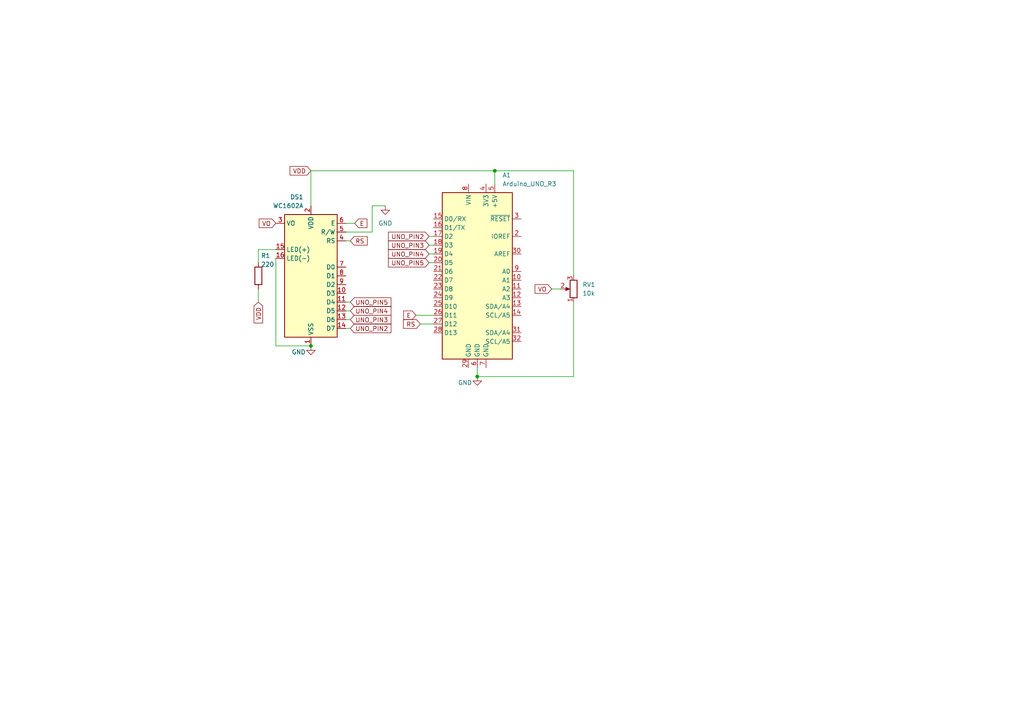
<source format=kicad_sch>
(kicad_sch
	(version 20250114)
	(generator "eeschema")
	(generator_version "9.0")
	(uuid "da3a0145-d0f3-4b31-b746-e8b9b9ecb582")
	(paper "A4")
	(lib_symbols
		(symbol "Device:R"
			(pin_numbers
				(hide yes)
			)
			(pin_names
				(offset 0)
			)
			(exclude_from_sim no)
			(in_bom yes)
			(on_board yes)
			(property "Reference" "R"
				(at 2.032 0 90)
				(effects
					(font
						(size 1.27 1.27)
					)
				)
			)
			(property "Value" "R"
				(at 0 0 90)
				(effects
					(font
						(size 1.27 1.27)
					)
				)
			)
			(property "Footprint" ""
				(at -1.778 0 90)
				(effects
					(font
						(size 1.27 1.27)
					)
					(hide yes)
				)
			)
			(property "Datasheet" "~"
				(at 0 0 0)
				(effects
					(font
						(size 1.27 1.27)
					)
					(hide yes)
				)
			)
			(property "Description" "Resistor"
				(at 0 0 0)
				(effects
					(font
						(size 1.27 1.27)
					)
					(hide yes)
				)
			)
			(property "ki_keywords" "R res resistor"
				(at 0 0 0)
				(effects
					(font
						(size 1.27 1.27)
					)
					(hide yes)
				)
			)
			(property "ki_fp_filters" "R_*"
				(at 0 0 0)
				(effects
					(font
						(size 1.27 1.27)
					)
					(hide yes)
				)
			)
			(symbol "R_0_1"
				(rectangle
					(start -1.016 -2.54)
					(end 1.016 2.54)
					(stroke
						(width 0.254)
						(type default)
					)
					(fill
						(type none)
					)
				)
			)
			(symbol "R_1_1"
				(pin passive line
					(at 0 3.81 270)
					(length 1.27)
					(name "~"
						(effects
							(font
								(size 1.27 1.27)
							)
						)
					)
					(number "1"
						(effects
							(font
								(size 1.27 1.27)
							)
						)
					)
				)
				(pin passive line
					(at 0 -3.81 90)
					(length 1.27)
					(name "~"
						(effects
							(font
								(size 1.27 1.27)
							)
						)
					)
					(number "2"
						(effects
							(font
								(size 1.27 1.27)
							)
						)
					)
				)
			)
			(embedded_fonts no)
		)
		(symbol "Device:R_Potentiometer"
			(pin_names
				(offset 1.016)
				(hide yes)
			)
			(exclude_from_sim no)
			(in_bom yes)
			(on_board yes)
			(property "Reference" "RV"
				(at -4.445 0 90)
				(effects
					(font
						(size 1.27 1.27)
					)
				)
			)
			(property "Value" "R_Potentiometer"
				(at -2.54 0 90)
				(effects
					(font
						(size 1.27 1.27)
					)
				)
			)
			(property "Footprint" ""
				(at 0 0 0)
				(effects
					(font
						(size 1.27 1.27)
					)
					(hide yes)
				)
			)
			(property "Datasheet" "~"
				(at 0 0 0)
				(effects
					(font
						(size 1.27 1.27)
					)
					(hide yes)
				)
			)
			(property "Description" "Potentiometer"
				(at 0 0 0)
				(effects
					(font
						(size 1.27 1.27)
					)
					(hide yes)
				)
			)
			(property "ki_keywords" "resistor variable"
				(at 0 0 0)
				(effects
					(font
						(size 1.27 1.27)
					)
					(hide yes)
				)
			)
			(property "ki_fp_filters" "Potentiometer*"
				(at 0 0 0)
				(effects
					(font
						(size 1.27 1.27)
					)
					(hide yes)
				)
			)
			(symbol "R_Potentiometer_0_1"
				(rectangle
					(start 1.016 2.54)
					(end -1.016 -2.54)
					(stroke
						(width 0.254)
						(type default)
					)
					(fill
						(type none)
					)
				)
				(polyline
					(pts
						(xy 1.143 0) (xy 2.286 0.508) (xy 2.286 -0.508) (xy 1.143 0)
					)
					(stroke
						(width 0)
						(type default)
					)
					(fill
						(type outline)
					)
				)
				(polyline
					(pts
						(xy 2.54 0) (xy 1.524 0)
					)
					(stroke
						(width 0)
						(type default)
					)
					(fill
						(type none)
					)
				)
			)
			(symbol "R_Potentiometer_1_1"
				(pin passive line
					(at 0 3.81 270)
					(length 1.27)
					(name "1"
						(effects
							(font
								(size 1.27 1.27)
							)
						)
					)
					(number "1"
						(effects
							(font
								(size 1.27 1.27)
							)
						)
					)
				)
				(pin passive line
					(at 0 -3.81 90)
					(length 1.27)
					(name "3"
						(effects
							(font
								(size 1.27 1.27)
							)
						)
					)
					(number "3"
						(effects
							(font
								(size 1.27 1.27)
							)
						)
					)
				)
				(pin passive line
					(at 3.81 0 180)
					(length 1.27)
					(name "2"
						(effects
							(font
								(size 1.27 1.27)
							)
						)
					)
					(number "2"
						(effects
							(font
								(size 1.27 1.27)
							)
						)
					)
				)
			)
			(embedded_fonts no)
		)
		(symbol "Display_Character:WC1602A"
			(exclude_from_sim no)
			(in_bom yes)
			(on_board yes)
			(property "Reference" "DS"
				(at -5.842 19.05 0)
				(effects
					(font
						(size 1.27 1.27)
					)
				)
			)
			(property "Value" "WC1602A"
				(at 5.334 19.05 0)
				(effects
					(font
						(size 1.27 1.27)
					)
				)
			)
			(property "Footprint" "Display:WC1602A"
				(at 0 -22.86 0)
				(effects
					(font
						(size 1.27 1.27)
						(italic yes)
					)
					(hide yes)
				)
			)
			(property "Datasheet" "http://www.wincomlcd.com/pdf/WC1602A-SFYLYHTC06.pdf"
				(at 17.78 0 0)
				(effects
					(font
						(size 1.27 1.27)
					)
					(hide yes)
				)
			)
			(property "Description" "LCD 16x2 Alphanumeric , 8 bit parallel bus, 5V VDD"
				(at 0 0 0)
				(effects
					(font
						(size 1.27 1.27)
					)
					(hide yes)
				)
			)
			(property "ki_keywords" "display LCD dot-matrix"
				(at 0 0 0)
				(effects
					(font
						(size 1.27 1.27)
					)
					(hide yes)
				)
			)
			(property "ki_fp_filters" "*WC*1602A*"
				(at 0 0 0)
				(effects
					(font
						(size 1.27 1.27)
					)
					(hide yes)
				)
			)
			(symbol "WC1602A_1_1"
				(rectangle
					(start -7.62 17.78)
					(end 7.62 -17.78)
					(stroke
						(width 0.254)
						(type default)
					)
					(fill
						(type background)
					)
				)
				(pin input line
					(at -10.16 15.24 0)
					(length 2.54)
					(name "E"
						(effects
							(font
								(size 1.27 1.27)
							)
						)
					)
					(number "6"
						(effects
							(font
								(size 1.27 1.27)
							)
						)
					)
				)
				(pin input line
					(at -10.16 12.7 0)
					(length 2.54)
					(name "R/W"
						(effects
							(font
								(size 1.27 1.27)
							)
						)
					)
					(number "5"
						(effects
							(font
								(size 1.27 1.27)
							)
						)
					)
				)
				(pin input line
					(at -10.16 10.16 0)
					(length 2.54)
					(name "RS"
						(effects
							(font
								(size 1.27 1.27)
							)
						)
					)
					(number "4"
						(effects
							(font
								(size 1.27 1.27)
							)
						)
					)
				)
				(pin input line
					(at -10.16 2.54 0)
					(length 2.54)
					(name "D0"
						(effects
							(font
								(size 1.27 1.27)
							)
						)
					)
					(number "7"
						(effects
							(font
								(size 1.27 1.27)
							)
						)
					)
				)
				(pin input line
					(at -10.16 0 0)
					(length 2.54)
					(name "D1"
						(effects
							(font
								(size 1.27 1.27)
							)
						)
					)
					(number "8"
						(effects
							(font
								(size 1.27 1.27)
							)
						)
					)
				)
				(pin input line
					(at -10.16 -2.54 0)
					(length 2.54)
					(name "D2"
						(effects
							(font
								(size 1.27 1.27)
							)
						)
					)
					(number "9"
						(effects
							(font
								(size 1.27 1.27)
							)
						)
					)
				)
				(pin input line
					(at -10.16 -5.08 0)
					(length 2.54)
					(name "D3"
						(effects
							(font
								(size 1.27 1.27)
							)
						)
					)
					(number "10"
						(effects
							(font
								(size 1.27 1.27)
							)
						)
					)
				)
				(pin input line
					(at -10.16 -7.62 0)
					(length 2.54)
					(name "D4"
						(effects
							(font
								(size 1.27 1.27)
							)
						)
					)
					(number "11"
						(effects
							(font
								(size 1.27 1.27)
							)
						)
					)
				)
				(pin input line
					(at -10.16 -10.16 0)
					(length 2.54)
					(name "D5"
						(effects
							(font
								(size 1.27 1.27)
							)
						)
					)
					(number "12"
						(effects
							(font
								(size 1.27 1.27)
							)
						)
					)
				)
				(pin input line
					(at -10.16 -12.7 0)
					(length 2.54)
					(name "D6"
						(effects
							(font
								(size 1.27 1.27)
							)
						)
					)
					(number "13"
						(effects
							(font
								(size 1.27 1.27)
							)
						)
					)
				)
				(pin input line
					(at -10.16 -15.24 0)
					(length 2.54)
					(name "D7"
						(effects
							(font
								(size 1.27 1.27)
							)
						)
					)
					(number "14"
						(effects
							(font
								(size 1.27 1.27)
							)
						)
					)
				)
				(pin power_in line
					(at 0 20.32 270)
					(length 2.54)
					(name "VDD"
						(effects
							(font
								(size 1.27 1.27)
							)
						)
					)
					(number "2"
						(effects
							(font
								(size 1.27 1.27)
							)
						)
					)
				)
				(pin power_in line
					(at 0 -20.32 90)
					(length 2.54)
					(name "VSS"
						(effects
							(font
								(size 1.27 1.27)
							)
						)
					)
					(number "1"
						(effects
							(font
								(size 1.27 1.27)
							)
						)
					)
				)
				(pin input line
					(at 10.16 15.24 180)
					(length 2.54)
					(name "VO"
						(effects
							(font
								(size 1.27 1.27)
							)
						)
					)
					(number "3"
						(effects
							(font
								(size 1.27 1.27)
							)
						)
					)
				)
				(pin power_in line
					(at 10.16 7.62 180)
					(length 2.54)
					(name "LED(+)"
						(effects
							(font
								(size 1.27 1.27)
							)
						)
					)
					(number "15"
						(effects
							(font
								(size 1.27 1.27)
							)
						)
					)
				)
				(pin power_in line
					(at 10.16 5.08 180)
					(length 2.54)
					(name "LED(-)"
						(effects
							(font
								(size 1.27 1.27)
							)
						)
					)
					(number "16"
						(effects
							(font
								(size 1.27 1.27)
							)
						)
					)
				)
			)
			(embedded_fonts no)
		)
		(symbol "MCU_Module:Arduino_UNO_R3"
			(exclude_from_sim no)
			(in_bom yes)
			(on_board yes)
			(property "Reference" "A"
				(at -10.16 23.495 0)
				(effects
					(font
						(size 1.27 1.27)
					)
					(justify left bottom)
				)
			)
			(property "Value" "Arduino_UNO_R3"
				(at 5.08 -26.67 0)
				(effects
					(font
						(size 1.27 1.27)
					)
					(justify left top)
				)
			)
			(property "Footprint" "Module:Arduino_UNO_R3"
				(at 0 0 0)
				(effects
					(font
						(size 1.27 1.27)
						(italic yes)
					)
					(hide yes)
				)
			)
			(property "Datasheet" "https://www.arduino.cc/en/Main/arduinoBoardUno"
				(at 0 0 0)
				(effects
					(font
						(size 1.27 1.27)
					)
					(hide yes)
				)
			)
			(property "Description" "Arduino UNO Microcontroller Module, release 3"
				(at 0 0 0)
				(effects
					(font
						(size 1.27 1.27)
					)
					(hide yes)
				)
			)
			(property "ki_keywords" "Arduino UNO R3 Microcontroller Module Atmel AVR USB"
				(at 0 0 0)
				(effects
					(font
						(size 1.27 1.27)
					)
					(hide yes)
				)
			)
			(property "ki_fp_filters" "Arduino*UNO*R3*"
				(at 0 0 0)
				(effects
					(font
						(size 1.27 1.27)
					)
					(hide yes)
				)
			)
			(symbol "Arduino_UNO_R3_0_1"
				(rectangle
					(start -10.16 22.86)
					(end 10.16 -25.4)
					(stroke
						(width 0.254)
						(type default)
					)
					(fill
						(type background)
					)
				)
			)
			(symbol "Arduino_UNO_R3_1_1"
				(pin bidirectional line
					(at -12.7 15.24 0)
					(length 2.54)
					(name "D0/RX"
						(effects
							(font
								(size 1.27 1.27)
							)
						)
					)
					(number "15"
						(effects
							(font
								(size 1.27 1.27)
							)
						)
					)
				)
				(pin bidirectional line
					(at -12.7 12.7 0)
					(length 2.54)
					(name "D1/TX"
						(effects
							(font
								(size 1.27 1.27)
							)
						)
					)
					(number "16"
						(effects
							(font
								(size 1.27 1.27)
							)
						)
					)
				)
				(pin bidirectional line
					(at -12.7 10.16 0)
					(length 2.54)
					(name "D2"
						(effects
							(font
								(size 1.27 1.27)
							)
						)
					)
					(number "17"
						(effects
							(font
								(size 1.27 1.27)
							)
						)
					)
				)
				(pin bidirectional line
					(at -12.7 7.62 0)
					(length 2.54)
					(name "D3"
						(effects
							(font
								(size 1.27 1.27)
							)
						)
					)
					(number "18"
						(effects
							(font
								(size 1.27 1.27)
							)
						)
					)
				)
				(pin bidirectional line
					(at -12.7 5.08 0)
					(length 2.54)
					(name "D4"
						(effects
							(font
								(size 1.27 1.27)
							)
						)
					)
					(number "19"
						(effects
							(font
								(size 1.27 1.27)
							)
						)
					)
				)
				(pin bidirectional line
					(at -12.7 2.54 0)
					(length 2.54)
					(name "D5"
						(effects
							(font
								(size 1.27 1.27)
							)
						)
					)
					(number "20"
						(effects
							(font
								(size 1.27 1.27)
							)
						)
					)
				)
				(pin bidirectional line
					(at -12.7 0 0)
					(length 2.54)
					(name "D6"
						(effects
							(font
								(size 1.27 1.27)
							)
						)
					)
					(number "21"
						(effects
							(font
								(size 1.27 1.27)
							)
						)
					)
				)
				(pin bidirectional line
					(at -12.7 -2.54 0)
					(length 2.54)
					(name "D7"
						(effects
							(font
								(size 1.27 1.27)
							)
						)
					)
					(number "22"
						(effects
							(font
								(size 1.27 1.27)
							)
						)
					)
				)
				(pin bidirectional line
					(at -12.7 -5.08 0)
					(length 2.54)
					(name "D8"
						(effects
							(font
								(size 1.27 1.27)
							)
						)
					)
					(number "23"
						(effects
							(font
								(size 1.27 1.27)
							)
						)
					)
				)
				(pin bidirectional line
					(at -12.7 -7.62 0)
					(length 2.54)
					(name "D9"
						(effects
							(font
								(size 1.27 1.27)
							)
						)
					)
					(number "24"
						(effects
							(font
								(size 1.27 1.27)
							)
						)
					)
				)
				(pin bidirectional line
					(at -12.7 -10.16 0)
					(length 2.54)
					(name "D10"
						(effects
							(font
								(size 1.27 1.27)
							)
						)
					)
					(number "25"
						(effects
							(font
								(size 1.27 1.27)
							)
						)
					)
				)
				(pin bidirectional line
					(at -12.7 -12.7 0)
					(length 2.54)
					(name "D11"
						(effects
							(font
								(size 1.27 1.27)
							)
						)
					)
					(number "26"
						(effects
							(font
								(size 1.27 1.27)
							)
						)
					)
				)
				(pin bidirectional line
					(at -12.7 -15.24 0)
					(length 2.54)
					(name "D12"
						(effects
							(font
								(size 1.27 1.27)
							)
						)
					)
					(number "27"
						(effects
							(font
								(size 1.27 1.27)
							)
						)
					)
				)
				(pin bidirectional line
					(at -12.7 -17.78 0)
					(length 2.54)
					(name "D13"
						(effects
							(font
								(size 1.27 1.27)
							)
						)
					)
					(number "28"
						(effects
							(font
								(size 1.27 1.27)
							)
						)
					)
				)
				(pin no_connect line
					(at -10.16 -20.32 0)
					(length 2.54)
					(hide yes)
					(name "NC"
						(effects
							(font
								(size 1.27 1.27)
							)
						)
					)
					(number "1"
						(effects
							(font
								(size 1.27 1.27)
							)
						)
					)
				)
				(pin power_in line
					(at -2.54 25.4 270)
					(length 2.54)
					(name "VIN"
						(effects
							(font
								(size 1.27 1.27)
							)
						)
					)
					(number "8"
						(effects
							(font
								(size 1.27 1.27)
							)
						)
					)
				)
				(pin power_in line
					(at -2.54 -27.94 90)
					(length 2.54)
					(name "GND"
						(effects
							(font
								(size 1.27 1.27)
							)
						)
					)
					(number "29"
						(effects
							(font
								(size 1.27 1.27)
							)
						)
					)
				)
				(pin power_in line
					(at 0 -27.94 90)
					(length 2.54)
					(name "GND"
						(effects
							(font
								(size 1.27 1.27)
							)
						)
					)
					(number "6"
						(effects
							(font
								(size 1.27 1.27)
							)
						)
					)
				)
				(pin power_out line
					(at 2.54 25.4 270)
					(length 2.54)
					(name "3V3"
						(effects
							(font
								(size 1.27 1.27)
							)
						)
					)
					(number "4"
						(effects
							(font
								(size 1.27 1.27)
							)
						)
					)
				)
				(pin power_in line
					(at 2.54 -27.94 90)
					(length 2.54)
					(name "GND"
						(effects
							(font
								(size 1.27 1.27)
							)
						)
					)
					(number "7"
						(effects
							(font
								(size 1.27 1.27)
							)
						)
					)
				)
				(pin power_out line
					(at 5.08 25.4 270)
					(length 2.54)
					(name "+5V"
						(effects
							(font
								(size 1.27 1.27)
							)
						)
					)
					(number "5"
						(effects
							(font
								(size 1.27 1.27)
							)
						)
					)
				)
				(pin input line
					(at 12.7 15.24 180)
					(length 2.54)
					(name "~{RESET}"
						(effects
							(font
								(size 1.27 1.27)
							)
						)
					)
					(number "3"
						(effects
							(font
								(size 1.27 1.27)
							)
						)
					)
				)
				(pin output line
					(at 12.7 10.16 180)
					(length 2.54)
					(name "IOREF"
						(effects
							(font
								(size 1.27 1.27)
							)
						)
					)
					(number "2"
						(effects
							(font
								(size 1.27 1.27)
							)
						)
					)
				)
				(pin input line
					(at 12.7 5.08 180)
					(length 2.54)
					(name "AREF"
						(effects
							(font
								(size 1.27 1.27)
							)
						)
					)
					(number "30"
						(effects
							(font
								(size 1.27 1.27)
							)
						)
					)
				)
				(pin bidirectional line
					(at 12.7 0 180)
					(length 2.54)
					(name "A0"
						(effects
							(font
								(size 1.27 1.27)
							)
						)
					)
					(number "9"
						(effects
							(font
								(size 1.27 1.27)
							)
						)
					)
				)
				(pin bidirectional line
					(at 12.7 -2.54 180)
					(length 2.54)
					(name "A1"
						(effects
							(font
								(size 1.27 1.27)
							)
						)
					)
					(number "10"
						(effects
							(font
								(size 1.27 1.27)
							)
						)
					)
				)
				(pin bidirectional line
					(at 12.7 -5.08 180)
					(length 2.54)
					(name "A2"
						(effects
							(font
								(size 1.27 1.27)
							)
						)
					)
					(number "11"
						(effects
							(font
								(size 1.27 1.27)
							)
						)
					)
				)
				(pin bidirectional line
					(at 12.7 -7.62 180)
					(length 2.54)
					(name "A3"
						(effects
							(font
								(size 1.27 1.27)
							)
						)
					)
					(number "12"
						(effects
							(font
								(size 1.27 1.27)
							)
						)
					)
				)
				(pin bidirectional line
					(at 12.7 -10.16 180)
					(length 2.54)
					(name "SDA/A4"
						(effects
							(font
								(size 1.27 1.27)
							)
						)
					)
					(number "13"
						(effects
							(font
								(size 1.27 1.27)
							)
						)
					)
				)
				(pin bidirectional line
					(at 12.7 -12.7 180)
					(length 2.54)
					(name "SCL/A5"
						(effects
							(font
								(size 1.27 1.27)
							)
						)
					)
					(number "14"
						(effects
							(font
								(size 1.27 1.27)
							)
						)
					)
				)
				(pin bidirectional line
					(at 12.7 -17.78 180)
					(length 2.54)
					(name "SDA/A4"
						(effects
							(font
								(size 1.27 1.27)
							)
						)
					)
					(number "31"
						(effects
							(font
								(size 1.27 1.27)
							)
						)
					)
				)
				(pin bidirectional line
					(at 12.7 -20.32 180)
					(length 2.54)
					(name "SCL/A5"
						(effects
							(font
								(size 1.27 1.27)
							)
						)
					)
					(number "32"
						(effects
							(font
								(size 1.27 1.27)
							)
						)
					)
				)
			)
			(embedded_fonts no)
		)
		(symbol "power:GND"
			(power)
			(pin_numbers
				(hide yes)
			)
			(pin_names
				(offset 0)
				(hide yes)
			)
			(exclude_from_sim no)
			(in_bom yes)
			(on_board yes)
			(property "Reference" "#PWR"
				(at 0 -6.35 0)
				(effects
					(font
						(size 1.27 1.27)
					)
					(hide yes)
				)
			)
			(property "Value" "GND"
				(at 0 -3.81 0)
				(effects
					(font
						(size 1.27 1.27)
					)
				)
			)
			(property "Footprint" ""
				(at 0 0 0)
				(effects
					(font
						(size 1.27 1.27)
					)
					(hide yes)
				)
			)
			(property "Datasheet" ""
				(at 0 0 0)
				(effects
					(font
						(size 1.27 1.27)
					)
					(hide yes)
				)
			)
			(property "Description" "Power symbol creates a global label with name \"GND\" , ground"
				(at 0 0 0)
				(effects
					(font
						(size 1.27 1.27)
					)
					(hide yes)
				)
			)
			(property "ki_keywords" "global power"
				(at 0 0 0)
				(effects
					(font
						(size 1.27 1.27)
					)
					(hide yes)
				)
			)
			(symbol "GND_0_1"
				(polyline
					(pts
						(xy 0 0) (xy 0 -1.27) (xy 1.27 -1.27) (xy 0 -2.54) (xy -1.27 -1.27) (xy 0 -1.27)
					)
					(stroke
						(width 0)
						(type default)
					)
					(fill
						(type none)
					)
				)
			)
			(symbol "GND_1_1"
				(pin power_in line
					(at 0 0 270)
					(length 0)
					(name "~"
						(effects
							(font
								(size 1.27 1.27)
							)
						)
					)
					(number "1"
						(effects
							(font
								(size 1.27 1.27)
							)
						)
					)
				)
			)
			(embedded_fonts no)
		)
	)
	(junction
		(at 143.51 49.53)
		(diameter 0)
		(color 0 0 0 0)
		(uuid "1978de17-37e0-4669-9880-973046e18a38")
	)
	(junction
		(at 90.17 100.33)
		(diameter 0)
		(color 0 0 0 0)
		(uuid "333560e5-bc4f-4f4c-a219-c9a3257054f8")
	)
	(junction
		(at 138.43 109.22)
		(diameter 0)
		(color 0 0 0 0)
		(uuid "95b2c0e0-b0c5-444a-88a1-4a9b58a46157")
	)
	(wire
		(pts
			(xy 166.37 87.63) (xy 166.37 109.22)
		)
		(stroke
			(width 0)
			(type default)
		)
		(uuid "06cd9684-32f4-40b8-b302-69ee30062c19")
	)
	(wire
		(pts
			(xy 90.17 49.53) (xy 90.17 59.69)
		)
		(stroke
			(width 0)
			(type default)
		)
		(uuid "1d56adc9-ca75-42a5-b7a0-bf89e0d25d3f")
	)
	(wire
		(pts
			(xy 101.6 69.85) (xy 100.33 69.85)
		)
		(stroke
			(width 0)
			(type default)
		)
		(uuid "2359e81e-a36a-4c21-a701-456e16c5c5ae")
	)
	(wire
		(pts
			(xy 143.51 49.53) (xy 90.17 49.53)
		)
		(stroke
			(width 0)
			(type default)
		)
		(uuid "2d7b4267-8b80-4e70-8ad3-ce3ea48d3ba5")
	)
	(wire
		(pts
			(xy 100.33 95.25) (xy 101.6 95.25)
		)
		(stroke
			(width 0)
			(type default)
		)
		(uuid "30b53184-6e63-44e4-b5d3-8945f469a295")
	)
	(wire
		(pts
			(xy 107.95 59.69) (xy 111.76 59.69)
		)
		(stroke
			(width 0)
			(type default)
		)
		(uuid "46747cb8-f935-4d28-93e5-b99caa62831f")
	)
	(wire
		(pts
			(xy 138.43 106.68) (xy 138.43 109.22)
		)
		(stroke
			(width 0)
			(type default)
		)
		(uuid "4699af74-dc59-4bfe-81fc-a619560c6d63")
	)
	(wire
		(pts
			(xy 100.33 92.71) (xy 101.6 92.71)
		)
		(stroke
			(width 0)
			(type default)
		)
		(uuid "4a65c276-7121-4ccf-aae5-ac630413bb95")
	)
	(wire
		(pts
			(xy 120.65 91.44) (xy 125.73 91.44)
		)
		(stroke
			(width 0)
			(type default)
		)
		(uuid "4a817e55-3e36-4556-9bd2-bdaaf6e91d61")
	)
	(wire
		(pts
			(xy 80.01 100.33) (xy 90.17 100.33)
		)
		(stroke
			(width 0)
			(type default)
		)
		(uuid "50113fdc-5b8b-452c-bd3b-816392850765")
	)
	(wire
		(pts
			(xy 124.46 68.58) (xy 125.73 68.58)
		)
		(stroke
			(width 0)
			(type default)
		)
		(uuid "5ffc4e6b-0d11-48bd-b87b-cfca41285c5f")
	)
	(wire
		(pts
			(xy 124.46 76.2) (xy 125.73 76.2)
		)
		(stroke
			(width 0)
			(type default)
		)
		(uuid "67527d06-bc05-4927-a9bd-1865d9601a05")
	)
	(wire
		(pts
			(xy 100.33 90.17) (xy 101.6 90.17)
		)
		(stroke
			(width 0)
			(type default)
		)
		(uuid "679ab94a-0b33-4f52-8f30-4205c42b3494")
	)
	(wire
		(pts
			(xy 166.37 109.22) (xy 138.43 109.22)
		)
		(stroke
			(width 0)
			(type default)
		)
		(uuid "6d031e77-91b4-432b-95ac-c01bac390c10")
	)
	(wire
		(pts
			(xy 74.93 76.2) (xy 74.93 72.39)
		)
		(stroke
			(width 0)
			(type default)
		)
		(uuid "70640d01-4f87-4237-8168-d10a4a6010fa")
	)
	(wire
		(pts
			(xy 124.46 73.66) (xy 125.73 73.66)
		)
		(stroke
			(width 0)
			(type default)
		)
		(uuid "8283bf97-3d28-40fa-8af0-276acaa6e404")
	)
	(wire
		(pts
			(xy 102.87 64.77) (xy 100.33 64.77)
		)
		(stroke
			(width 0)
			(type default)
		)
		(uuid "9e82c4e9-49d5-47d8-9edc-72ea6942a773")
	)
	(wire
		(pts
			(xy 80.01 74.93) (xy 80.01 100.33)
		)
		(stroke
			(width 0)
			(type default)
		)
		(uuid "a0bfe463-02b3-4776-843c-447ceeee2c10")
	)
	(wire
		(pts
			(xy 74.93 83.82) (xy 74.93 87.63)
		)
		(stroke
			(width 0)
			(type default)
		)
		(uuid "a0e23813-e2c7-41b4-9e1e-91e48249c11f")
	)
	(wire
		(pts
			(xy 160.02 83.82) (xy 162.56 83.82)
		)
		(stroke
			(width 0)
			(type default)
		)
		(uuid "abc32878-cf16-4e28-b91f-0dbd7252c9ac")
	)
	(wire
		(pts
			(xy 166.37 49.53) (xy 143.51 49.53)
		)
		(stroke
			(width 0)
			(type default)
		)
		(uuid "b1e9f667-5086-40e8-9d1e-6e58ae3ca74b")
	)
	(wire
		(pts
			(xy 124.46 71.12) (xy 125.73 71.12)
		)
		(stroke
			(width 0)
			(type default)
		)
		(uuid "b28d74fe-c633-44cf-95a6-3f47e1969dae")
	)
	(wire
		(pts
			(xy 100.33 67.31) (xy 107.95 67.31)
		)
		(stroke
			(width 0)
			(type default)
		)
		(uuid "b481916d-f1b5-4938-adaf-ffcaa9c10357")
	)
	(wire
		(pts
			(xy 101.6 87.63) (xy 100.33 87.63)
		)
		(stroke
			(width 0)
			(type default)
		)
		(uuid "b80cb3fa-d255-4a58-be27-7eb788352f5d")
	)
	(wire
		(pts
			(xy 107.95 67.31) (xy 107.95 59.69)
		)
		(stroke
			(width 0)
			(type default)
		)
		(uuid "c8d73440-f295-47f9-9e13-8fd84c5ab4d9")
	)
	(wire
		(pts
			(xy 143.51 53.34) (xy 143.51 49.53)
		)
		(stroke
			(width 0)
			(type default)
		)
		(uuid "dc5b32a1-6b40-4d5e-8d94-defed8e8c924")
	)
	(wire
		(pts
			(xy 166.37 80.01) (xy 166.37 49.53)
		)
		(stroke
			(width 0)
			(type default)
		)
		(uuid "e918f4e4-0ef5-4bf2-869d-84914872c0e9")
	)
	(wire
		(pts
			(xy 74.93 72.39) (xy 80.01 72.39)
		)
		(stroke
			(width 0)
			(type default)
		)
		(uuid "f2c565d6-b766-471c-9d68-5a47e82b0d4d")
	)
	(wire
		(pts
			(xy 121.92 93.98) (xy 125.73 93.98)
		)
		(stroke
			(width 0)
			(type default)
		)
		(uuid "f547c72d-fa30-4fa0-b55e-27fd149a0be2")
	)
	(global_label "VO"
		(shape input)
		(at 80.01 64.77 180)
		(fields_autoplaced yes)
		(effects
			(font
				(size 1.27 1.27)
			)
			(justify right)
		)
		(uuid "0d4ec93c-8211-4029-ac7d-d20a9e2e6af2")
		(property "Intersheetrefs" "${INTERSHEET_REFS}"
			(at 74.6057 64.77 0)
			(effects
				(font
					(size 1.27 1.27)
				)
				(justify right)
				(hide yes)
			)
		)
	)
	(global_label "UNO_PIN3"
		(shape input)
		(at 124.46 71.12 180)
		(fields_autoplaced yes)
		(effects
			(font
				(size 1.27 1.27)
			)
			(justify right)
		)
		(uuid "154479a3-7362-41aa-af9a-4672882d0983")
		(property "Intersheetrefs" "${INTERSHEET_REFS}"
			(at 112.1009 71.12 0)
			(effects
				(font
					(size 1.27 1.27)
				)
				(justify right)
				(hide yes)
			)
		)
	)
	(global_label "RS"
		(shape input)
		(at 121.92 93.98 180)
		(fields_autoplaced yes)
		(effects
			(font
				(size 1.27 1.27)
			)
			(justify right)
		)
		(uuid "21bc3ce8-48d9-42b8-9e7b-354952acc5dc")
		(property "Intersheetrefs" "${INTERSHEET_REFS}"
			(at 116.4553 93.98 0)
			(effects
				(font
					(size 1.27 1.27)
				)
				(justify right)
				(hide yes)
			)
		)
	)
	(global_label "UNO_PIN3"
		(shape input)
		(at 101.6 92.71 0)
		(fields_autoplaced yes)
		(effects
			(font
				(size 1.27 1.27)
			)
			(justify left)
		)
		(uuid "327f4360-5d29-459c-9013-9901ae22fe38")
		(property "Intersheetrefs" "${INTERSHEET_REFS}"
			(at 113.9591 92.71 0)
			(effects
				(font
					(size 1.27 1.27)
				)
				(justify left)
				(hide yes)
			)
		)
	)
	(global_label "E"
		(shape input)
		(at 102.87 64.77 0)
		(fields_autoplaced yes)
		(effects
			(font
				(size 1.27 1.27)
			)
			(justify left)
		)
		(uuid "3428a5b3-fe0c-49f2-86e9-f1dfd47ec448")
		(property "Intersheetrefs" "${INTERSHEET_REFS}"
			(at 107.0042 64.77 0)
			(effects
				(font
					(size 1.27 1.27)
				)
				(justify left)
				(hide yes)
			)
		)
	)
	(global_label "UNO_PIN2"
		(shape input)
		(at 124.46 68.58 180)
		(fields_autoplaced yes)
		(effects
			(font
				(size 1.27 1.27)
			)
			(justify right)
		)
		(uuid "37fe4240-4cd3-4ec0-afca-05d17005ecf7")
		(property "Intersheetrefs" "${INTERSHEET_REFS}"
			(at 112.1009 68.58 0)
			(effects
				(font
					(size 1.27 1.27)
				)
				(justify right)
				(hide yes)
			)
		)
	)
	(global_label "UNO_PIN2"
		(shape input)
		(at 101.6 95.25 0)
		(fields_autoplaced yes)
		(effects
			(font
				(size 1.27 1.27)
			)
			(justify left)
		)
		(uuid "4eb11ac0-e72b-41cd-82f9-a355011a31ac")
		(property "Intersheetrefs" "${INTERSHEET_REFS}"
			(at 113.9591 95.25 0)
			(effects
				(font
					(size 1.27 1.27)
				)
				(justify left)
				(hide yes)
			)
		)
	)
	(global_label "VO"
		(shape input)
		(at 160.02 83.82 180)
		(fields_autoplaced yes)
		(effects
			(font
				(size 1.27 1.27)
			)
			(justify right)
		)
		(uuid "53bc417b-ccab-46e9-80d4-1d91e088abee")
		(property "Intersheetrefs" "${INTERSHEET_REFS}"
			(at 154.6157 83.82 0)
			(effects
				(font
					(size 1.27 1.27)
				)
				(justify right)
				(hide yes)
			)
		)
	)
	(global_label "UNO_PIN4"
		(shape input)
		(at 124.46 73.66 180)
		(fields_autoplaced yes)
		(effects
			(font
				(size 1.27 1.27)
			)
			(justify right)
		)
		(uuid "66d7bd8d-ef60-4e7f-ae60-e144c5b5e8ce")
		(property "Intersheetrefs" "${INTERSHEET_REFS}"
			(at 112.1009 73.66 0)
			(effects
				(font
					(size 1.27 1.27)
				)
				(justify right)
				(hide yes)
			)
		)
	)
	(global_label "UNO_PIN5"
		(shape input)
		(at 124.46 76.2 180)
		(fields_autoplaced yes)
		(effects
			(font
				(size 1.27 1.27)
			)
			(justify right)
		)
		(uuid "879c948d-b7de-4157-ba74-7af5eab4a39b")
		(property "Intersheetrefs" "${INTERSHEET_REFS}"
			(at 112.1009 76.2 0)
			(effects
				(font
					(size 1.27 1.27)
				)
				(justify right)
				(hide yes)
			)
		)
	)
	(global_label "RS"
		(shape input)
		(at 101.6 69.85 0)
		(fields_autoplaced yes)
		(effects
			(font
				(size 1.27 1.27)
			)
			(justify left)
		)
		(uuid "8f6bfb7c-dee7-45bc-bc54-aebbc6fb591b")
		(property "Intersheetrefs" "${INTERSHEET_REFS}"
			(at 107.0647 69.85 0)
			(effects
				(font
					(size 1.27 1.27)
				)
				(justify left)
				(hide yes)
			)
		)
	)
	(global_label "E"
		(shape input)
		(at 120.65 91.44 180)
		(fields_autoplaced yes)
		(effects
			(font
				(size 1.27 1.27)
			)
			(justify right)
		)
		(uuid "9c747fa6-e064-4737-919a-089c13764bcd")
		(property "Intersheetrefs" "${INTERSHEET_REFS}"
			(at 116.5158 91.44 0)
			(effects
				(font
					(size 1.27 1.27)
				)
				(justify right)
				(hide yes)
			)
		)
	)
	(global_label "VDD"
		(shape input)
		(at 90.17 49.53 180)
		(fields_autoplaced yes)
		(effects
			(font
				(size 1.27 1.27)
			)
			(justify right)
		)
		(uuid "b333c4f2-0aa9-4181-ae85-f917457be558")
		(property "Intersheetrefs" "${INTERSHEET_REFS}"
			(at 83.5562 49.53 0)
			(effects
				(font
					(size 1.27 1.27)
				)
				(justify right)
				(hide yes)
			)
		)
	)
	(global_label "UNO_PIN5"
		(shape input)
		(at 101.6 87.63 0)
		(fields_autoplaced yes)
		(effects
			(font
				(size 1.27 1.27)
			)
			(justify left)
		)
		(uuid "ba76b91a-e9a4-43b4-b302-64c9229250c9")
		(property "Intersheetrefs" "${INTERSHEET_REFS}"
			(at 113.9591 87.63 0)
			(effects
				(font
					(size 1.27 1.27)
				)
				(justify left)
				(hide yes)
			)
		)
	)
	(global_label "VDD"
		(shape input)
		(at 74.93 87.63 270)
		(fields_autoplaced yes)
		(effects
			(font
				(size 1.27 1.27)
			)
			(justify right)
		)
		(uuid "d9d42919-309f-4b42-b78c-a24976a51e86")
		(property "Intersheetrefs" "${INTERSHEET_REFS}"
			(at 74.93 94.2438 90)
			(effects
				(font
					(size 1.27 1.27)
				)
				(justify right)
				(hide yes)
			)
		)
	)
	(global_label "UNO_PIN4"
		(shape input)
		(at 101.6 90.17 0)
		(fields_autoplaced yes)
		(effects
			(font
				(size 1.27 1.27)
			)
			(justify left)
		)
		(uuid "f3ac10b0-8449-4add-a3c5-2173e383bff0")
		(property "Intersheetrefs" "${INTERSHEET_REFS}"
			(at 113.9591 90.17 0)
			(effects
				(font
					(size 1.27 1.27)
				)
				(justify left)
				(hide yes)
			)
		)
	)
	(symbol
		(lib_id "Display_Character:WC1602A")
		(at 90.17 80.01 0)
		(mirror y)
		(unit 1)
		(exclude_from_sim no)
		(in_bom yes)
		(on_board yes)
		(dnp no)
		(uuid "0658a39e-74b5-452c-964c-dbd4a5408d51")
		(property "Reference" "DS1"
			(at 88.0267 57.15 0)
			(effects
				(font
					(size 1.27 1.27)
				)
				(justify left)
			)
		)
		(property "Value" "WC1602A"
			(at 88.0267 59.69 0)
			(effects
				(font
					(size 1.27 1.27)
				)
				(justify left)
			)
		)
		(property "Footprint" "Display:WC1602A"
			(at 90.17 102.87 0)
			(effects
				(font
					(size 1.27 1.27)
					(italic yes)
				)
				(hide yes)
			)
		)
		(property "Datasheet" "http://www.wincomlcd.com/pdf/WC1602A-SFYLYHTC06.pdf"
			(at 72.39 80.01 0)
			(effects
				(font
					(size 1.27 1.27)
				)
				(hide yes)
			)
		)
		(property "Description" "LCD 16x2 Alphanumeric , 8 bit parallel bus, 5V VDD"
			(at 90.17 80.01 0)
			(effects
				(font
					(size 1.27 1.27)
				)
				(hide yes)
			)
		)
		(pin "9"
			(uuid "8a866c62-139a-4158-b049-f4aa1eba0a2b")
		)
		(pin "4"
			(uuid "c3286787-c5e6-4dd6-ba9b-08c1ad17a898")
		)
		(pin "3"
			(uuid "27a6d3d8-a7ae-4cc5-ba6d-44d464f96301")
		)
		(pin "15"
			(uuid "2e127abd-da79-45ed-9b90-9b495ee6fa6e")
		)
		(pin "5"
			(uuid "6b1d9ef0-814a-4dac-a607-662a3bf0718f")
		)
		(pin "7"
			(uuid "d3924685-0283-45c4-971e-e82a6e96fbd2")
		)
		(pin "10"
			(uuid "6d09bbbc-8e05-410e-963a-9df8c478c9cb")
		)
		(pin "8"
			(uuid "5eeb6012-0529-4364-a7c5-7a77f9a030f2")
		)
		(pin "11"
			(uuid "ec2e0420-6f59-4ac0-bcc8-81e0d701e660")
		)
		(pin "6"
			(uuid "0eb788e1-b523-41ac-ba45-8b099816261c")
		)
		(pin "12"
			(uuid "653000b1-0b55-42c5-b513-e831e40da688")
		)
		(pin "14"
			(uuid "914a1be4-38a8-4fdc-a7f2-a435417f303c")
		)
		(pin "2"
			(uuid "cc6e6b71-596c-4355-8137-280a6d813022")
		)
		(pin "16"
			(uuid "87e42e7a-a482-4fb4-8e50-a7d77d3e7f8d")
		)
		(pin "13"
			(uuid "15001740-5d20-4015-95f3-9deae98d8013")
		)
		(pin "1"
			(uuid "1d33469f-033e-4d5d-b342-631bba05df4b")
		)
		(instances
			(project ""
				(path "/da3a0145-d0f3-4b31-b746-e8b9b9ecb582"
					(reference "DS1")
					(unit 1)
				)
			)
		)
	)
	(symbol
		(lib_id "power:GND")
		(at 138.43 109.22 0)
		(unit 1)
		(exclude_from_sim no)
		(in_bom yes)
		(on_board yes)
		(dnp no)
		(uuid "3758ca03-262d-43ac-8538-1698c57b47e9")
		(property "Reference" "#PWR02"
			(at 138.43 115.57 0)
			(effects
				(font
					(size 1.27 1.27)
				)
				(hide yes)
			)
		)
		(property "Value" "GND"
			(at 134.874 110.998 0)
			(effects
				(font
					(size 1.27 1.27)
				)
			)
		)
		(property "Footprint" ""
			(at 138.43 109.22 0)
			(effects
				(font
					(size 1.27 1.27)
				)
				(hide yes)
			)
		)
		(property "Datasheet" ""
			(at 138.43 109.22 0)
			(effects
				(font
					(size 1.27 1.27)
				)
				(hide yes)
			)
		)
		(property "Description" "Power symbol creates a global label with name \"GND\" , ground"
			(at 138.43 109.22 0)
			(effects
				(font
					(size 1.27 1.27)
				)
				(hide yes)
			)
		)
		(pin "1"
			(uuid "da63ee59-a1b7-4f55-8854-e1cc3653b6f0")
		)
		(instances
			(project "Ecran_LCD_16_02"
				(path "/da3a0145-d0f3-4b31-b746-e8b9b9ecb582"
					(reference "#PWR02")
					(unit 1)
				)
			)
		)
	)
	(symbol
		(lib_id "power:GND")
		(at 111.76 59.69 0)
		(unit 1)
		(exclude_from_sim no)
		(in_bom yes)
		(on_board yes)
		(dnp no)
		(fields_autoplaced yes)
		(uuid "59a10696-89ce-4ef8-9128-cb3c28514069")
		(property "Reference" "#PWR03"
			(at 111.76 66.04 0)
			(effects
				(font
					(size 1.27 1.27)
				)
				(hide yes)
			)
		)
		(property "Value" "GND"
			(at 111.76 64.77 0)
			(effects
				(font
					(size 1.27 1.27)
				)
			)
		)
		(property "Footprint" ""
			(at 111.76 59.69 0)
			(effects
				(font
					(size 1.27 1.27)
				)
				(hide yes)
			)
		)
		(property "Datasheet" ""
			(at 111.76 59.69 0)
			(effects
				(font
					(size 1.27 1.27)
				)
				(hide yes)
			)
		)
		(property "Description" "Power symbol creates a global label with name \"GND\" , ground"
			(at 111.76 59.69 0)
			(effects
				(font
					(size 1.27 1.27)
				)
				(hide yes)
			)
		)
		(pin "1"
			(uuid "f37c1ef5-fca8-4378-be32-36c80f3c8c9f")
		)
		(instances
			(project "Ecran_LCD_16_02"
				(path "/da3a0145-d0f3-4b31-b746-e8b9b9ecb582"
					(reference "#PWR03")
					(unit 1)
				)
			)
		)
	)
	(symbol
		(lib_id "Device:R_Potentiometer")
		(at 166.37 83.82 180)
		(unit 1)
		(exclude_from_sim no)
		(in_bom yes)
		(on_board yes)
		(dnp no)
		(fields_autoplaced yes)
		(uuid "85d3f232-c3ef-453e-b27c-a632bc553304")
		(property "Reference" "RV1"
			(at 168.91 82.5499 0)
			(effects
				(font
					(size 1.27 1.27)
				)
				(justify right)
			)
		)
		(property "Value" "10k"
			(at 168.91 85.0899 0)
			(effects
				(font
					(size 1.27 1.27)
				)
				(justify right)
			)
		)
		(property "Footprint" ""
			(at 166.37 83.82 0)
			(effects
				(font
					(size 1.27 1.27)
				)
				(hide yes)
			)
		)
		(property "Datasheet" "~"
			(at 166.37 83.82 0)
			(effects
				(font
					(size 1.27 1.27)
				)
				(hide yes)
			)
		)
		(property "Description" ""
			(at 166.37 83.82 0)
			(effects
				(font
					(size 1.27 1.27)
				)
			)
		)
		(pin "1"
			(uuid "ec68e3c8-b5f9-4cf1-b744-a07e3a360089")
		)
		(pin "3"
			(uuid "f692ffa6-3d84-4800-bb9d-fffd8be20ee5")
		)
		(pin "2"
			(uuid "a75ce386-7bf0-420f-8e9b-22c4761ed69e")
		)
		(instances
			(project "Ecran_LCD_16_02"
				(path "/da3a0145-d0f3-4b31-b746-e8b9b9ecb582"
					(reference "RV1")
					(unit 1)
				)
			)
		)
	)
	(symbol
		(lib_id "power:GND")
		(at 90.17 100.33 0)
		(unit 1)
		(exclude_from_sim no)
		(in_bom yes)
		(on_board yes)
		(dnp no)
		(uuid "8ac3d32c-31a9-4e90-9ad1-4a6f0dddb167")
		(property "Reference" "#PWR01"
			(at 90.17 106.68 0)
			(effects
				(font
					(size 1.27 1.27)
				)
				(hide yes)
			)
		)
		(property "Value" "GND"
			(at 86.614 102.108 0)
			(effects
				(font
					(size 1.27 1.27)
				)
			)
		)
		(property "Footprint" ""
			(at 90.17 100.33 0)
			(effects
				(font
					(size 1.27 1.27)
				)
				(hide yes)
			)
		)
		(property "Datasheet" ""
			(at 90.17 100.33 0)
			(effects
				(font
					(size 1.27 1.27)
				)
				(hide yes)
			)
		)
		(property "Description" "Power symbol creates a global label with name \"GND\" , ground"
			(at 90.17 100.33 0)
			(effects
				(font
					(size 1.27 1.27)
				)
				(hide yes)
			)
		)
		(pin "1"
			(uuid "913a1b66-7af1-4d79-8346-11f5a638b501")
		)
		(instances
			(project "Ecran_LCD_16_02"
				(path "/da3a0145-d0f3-4b31-b746-e8b9b9ecb582"
					(reference "#PWR01")
					(unit 1)
				)
			)
		)
	)
	(symbol
		(lib_id "MCU_Module:Arduino_UNO_R3")
		(at 138.43 78.74 0)
		(unit 1)
		(exclude_from_sim no)
		(in_bom yes)
		(on_board yes)
		(dnp no)
		(fields_autoplaced yes)
		(uuid "f32714bd-1e92-40e5-9714-e200e3770000")
		(property "Reference" "A1"
			(at 145.7041 50.8 0)
			(effects
				(font
					(size 1.27 1.27)
				)
				(justify left)
			)
		)
		(property "Value" "Arduino_UNO_R3"
			(at 145.7041 53.34 0)
			(effects
				(font
					(size 1.27 1.27)
				)
				(justify left)
			)
		)
		(property "Footprint" "Module:Arduino_UNO_R3"
			(at 138.43 78.74 0)
			(effects
				(font
					(size 1.27 1.27)
					(italic yes)
				)
				(hide yes)
			)
		)
		(property "Datasheet" "https://www.arduino.cc/en/Main/arduinoBoardUno"
			(at 138.43 78.74 0)
			(effects
				(font
					(size 1.27 1.27)
				)
				(hide yes)
			)
		)
		(property "Description" ""
			(at 138.43 78.74 0)
			(effects
				(font
					(size 1.27 1.27)
				)
			)
		)
		(pin "32"
			(uuid "bd44e036-0901-4ec3-873e-c37cb4deb2b6")
		)
		(pin "3"
			(uuid "74a4600d-c451-4626-9383-631f378331a0")
		)
		(pin "15"
			(uuid "9c53eccf-e84b-4f05-8a59-d212f3546cb1")
		)
		(pin "2"
			(uuid "4f2c6ea7-294b-4df2-93e7-4b5d1b8da30d")
		)
		(pin "4"
			(uuid "4db36346-04a1-4817-8933-9d159d89fbfd")
		)
		(pin "10"
			(uuid "0f5b14f1-5802-4935-9625-578c195dfdf7")
		)
		(pin "9"
			(uuid "e4d4206a-48a7-45a1-aeb0-35ea2bd5d7a0")
		)
		(pin "28"
			(uuid "c51d341e-1eb0-4d94-b7cb-a88785573d65")
		)
		(pin "6"
			(uuid "00b53b9f-0b48-4e58-afe9-d98d50d7dd1a")
		)
		(pin "13"
			(uuid "4d900cfa-02d9-4a73-b67e-df85eead7de8")
		)
		(pin "16"
			(uuid "0ffb84e7-efb7-4f07-9005-4147781169c9")
		)
		(pin "5"
			(uuid "088ad925-e722-46de-afe6-24ede9f72ec4")
		)
		(pin "18"
			(uuid "efc75728-6dc8-42be-b281-8cf1c4cc3069")
		)
		(pin "27"
			(uuid "756f7993-11a4-49e6-9bf7-5b127131f957")
		)
		(pin "1"
			(uuid "15536e48-185f-4bef-b2d8-9d6e2ab16adc")
		)
		(pin "14"
			(uuid "57eb9b7d-137a-4e7e-98fd-9f37dabfcf79")
		)
		(pin "22"
			(uuid "8d46ff8f-a32b-46fd-bc01-66909a3cccdc")
		)
		(pin "7"
			(uuid "d1c160d7-b86b-4383-9967-808868d65d10")
		)
		(pin "21"
			(uuid "3c51fc39-15a0-4c0f-8228-dce54764ef26")
		)
		(pin "11"
			(uuid "959add48-6b61-4f73-b0b2-2f8555e5704c")
		)
		(pin "31"
			(uuid "92030faa-2374-4d71-bdbf-2e6927306154")
		)
		(pin "8"
			(uuid "c199e9fa-e02b-4306-8cb1-253f68cbaaf8")
		)
		(pin "24"
			(uuid "709d4aa6-efe5-465b-ac96-982c962800d6")
		)
		(pin "30"
			(uuid "e7f4b64a-e734-4326-afe5-b61891f72baf")
		)
		(pin "12"
			(uuid "1ace6bf2-1e88-45d9-a284-737b899b8196")
		)
		(pin "17"
			(uuid "44e1a783-f428-40ec-9fa2-b1bc803f4789")
		)
		(pin "20"
			(uuid "64828d8b-4fde-4fe8-873c-fb8da16e5c7b")
		)
		(pin "23"
			(uuid "8e8c29b1-32c3-4da0-b5ad-25fd2026b939")
		)
		(pin "25"
			(uuid "c32ad620-5fdc-4c42-853f-43f5664649ae")
		)
		(pin "19"
			(uuid "119fa43c-c816-4bd8-a947-33492257283f")
		)
		(pin "29"
			(uuid "0ee09b7e-da5e-4a11-a40d-e9f2f6beeda0")
		)
		(pin "26"
			(uuid "034684e5-c578-497d-bfce-c5fb869409b5")
		)
		(instances
			(project "Ecran_LCD_16_02"
				(path "/da3a0145-d0f3-4b31-b746-e8b9b9ecb582"
					(reference "A1")
					(unit 1)
				)
			)
		)
	)
	(symbol
		(lib_id "Device:R")
		(at 74.93 80.01 0)
		(unit 1)
		(exclude_from_sim no)
		(in_bom yes)
		(on_board yes)
		(dnp no)
		(uuid "f6def9c2-5843-473d-b39a-34dce6af1024")
		(property "Reference" "R1"
			(at 75.692 74.168 0)
			(effects
				(font
					(size 1.27 1.27)
				)
				(justify left)
			)
		)
		(property "Value" "220"
			(at 75.692 76.708 0)
			(effects
				(font
					(size 1.27 1.27)
				)
				(justify left)
			)
		)
		(property "Footprint" ""
			(at 73.152 80.01 90)
			(effects
				(font
					(size 1.27 1.27)
				)
				(hide yes)
			)
		)
		(property "Datasheet" "~"
			(at 74.93 80.01 0)
			(effects
				(font
					(size 1.27 1.27)
				)
				(hide yes)
			)
		)
		(property "Description" ""
			(at 74.93 80.01 0)
			(effects
				(font
					(size 1.27 1.27)
				)
			)
		)
		(pin "1"
			(uuid "20d0e903-dcd6-4c39-9603-fe994cc2e7c5")
		)
		(pin "2"
			(uuid "f91ffc25-4105-4a0a-a2d9-443a08a064ac")
		)
		(instances
			(project "Ecran_LCD_16_02"
				(path "/da3a0145-d0f3-4b31-b746-e8b9b9ecb582"
					(reference "R1")
					(unit 1)
				)
			)
		)
	)
	(sheet_instances
		(path "/"
			(page "1")
		)
	)
	(embedded_fonts no)
)

</source>
